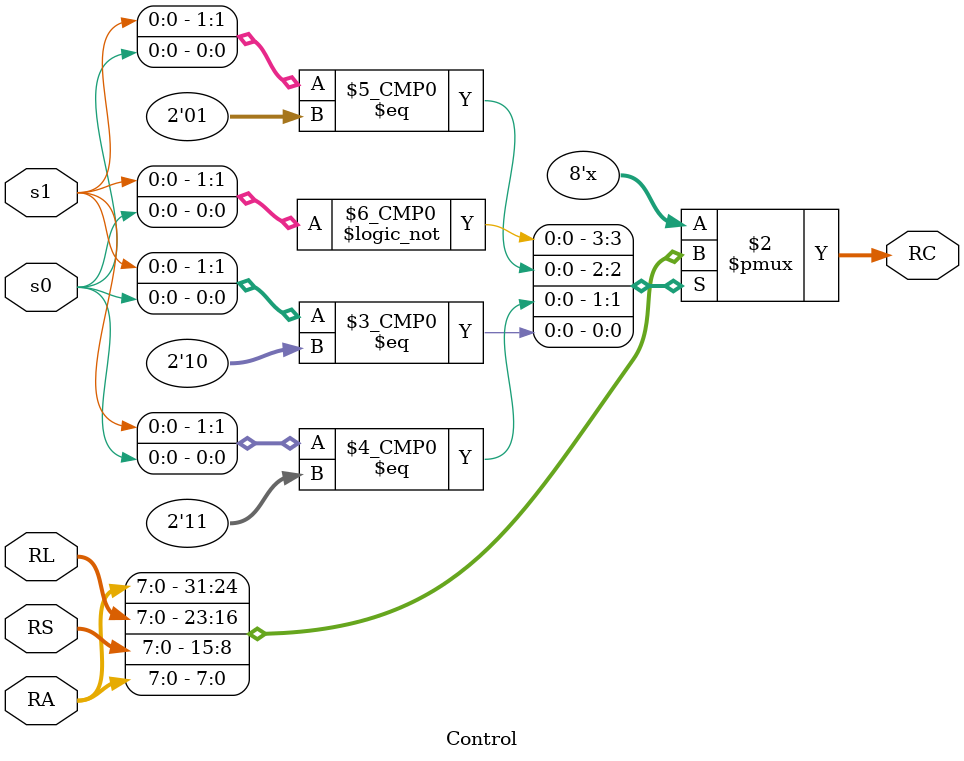
<source format=v>
module Control #(parameter  N = 8)(
					input wire signed [N-1:0] RA,
					input wire signed [N-1:0] RL,
					input wire signed [N-1:0] RS,
					input wire s0,
					input wire s1,
					output reg signed [N-1:0] RC);
	
	localparam ARITHMETIC = 2'b00, LOGIC = 2'b01, SHIFTER = 2'b11; 
					
	always@(*)
	begin
		
		case({s1,s0})
			ARITHMETIC: begin
				RC = RA;
			end
			LOGIC: begin
				RC = RL;
			end
			SHIFTER: begin
				RC = RS;
			end
			2'b10: begin
				RC = RA;
			end
		endcase
		
	end
endmodule

</source>
